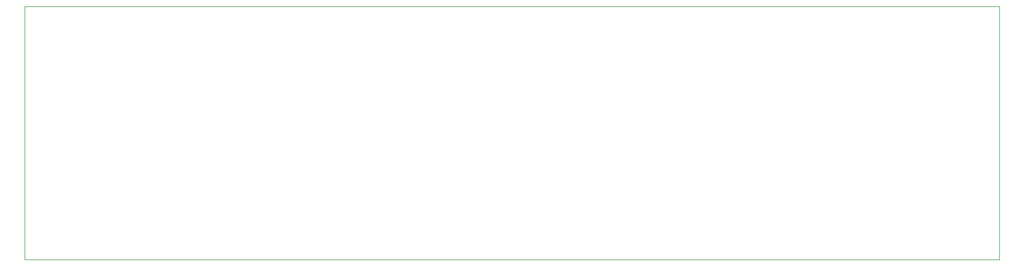
<source format=gbr>
%TF.GenerationSoftware,KiCad,Pcbnew,7.0.10*%
%TF.CreationDate,2024-02-15T20:28:35+01:00*%
%TF.ProjectId,pico_game_console,7069636f-5f67-4616-9d65-5f636f6e736f,rev?*%
%TF.SameCoordinates,Original*%
%TF.FileFunction,Profile,NP*%
%FSLAX46Y46*%
G04 Gerber Fmt 4.6, Leading zero omitted, Abs format (unit mm)*
G04 Created by KiCad (PCBNEW 7.0.10) date 2024-02-15 20:28:35*
%MOMM*%
%LPD*%
G01*
G04 APERTURE LIST*
%TA.AperFunction,Profile*%
%ADD10C,0.100000*%
%TD*%
G04 APERTURE END LIST*
D10*
X38000000Y-17000000D02*
X192000000Y-17000000D01*
X192000000Y-57000000D01*
X38000000Y-57000000D01*
X38000000Y-17000000D01*
M02*

</source>
